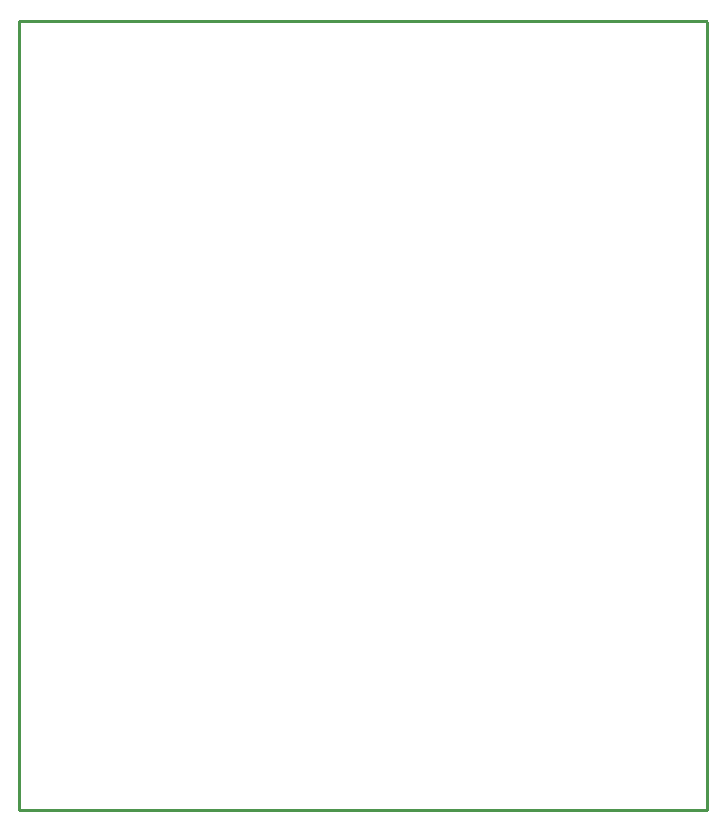
<source format=gko>
G04*
G04 #@! TF.GenerationSoftware,Altium Limited,Altium Designer,22.1.2 (22)*
G04*
G04 Layer_Color=16711935*
%FSLAX43Y43*%
%MOMM*%
G71*
G04*
G04 #@! TF.SameCoordinates,C0918504-A1FE-4B7F-BD87-C0AB04C77FA1*
G04*
G04*
G04 #@! TF.FilePolarity,Positive*
G04*
G01*
G75*
%ADD13C,0.254*%
D13*
X0Y0D02*
Y66802D01*
X58166D01*
X58293Y66675D01*
Y0D02*
Y66675D01*
X0Y0D02*
X58293D01*
M02*

</source>
